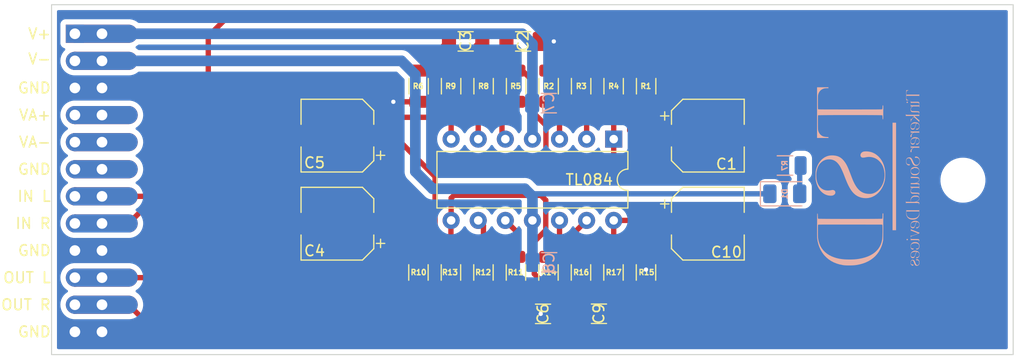
<source format=kicad_pcb>
(kicad_pcb (version 20211014) (generator pcbnew)
  (layers (0 "F.Cu" signal) (31 "B.Cu" signal) (34 "B.Paste" user) (35 "F.Paste" user) (36 "B.SilkS" user "B.Silkscreen") (37 "F.SilkS" user "F.Silkscreen") (38 "B.Mask" user) (39 "F.Mask" user) (44 "Edge.Cuts" user))
  (net 0 "")
  (net 1 "GND")
  (net 2 "Net-(C1-Pad1)")
  (net 3 "R IN")
  (net 4 "L IN")
  (net 5 "V+")
  (net 6 "V-")
  (net 8 "Net-(C1-Pad2)")
  (net 9 "Net-(C2-Pad1)")
  (net 10 "Net-(C3-Pad1)")
  (net 11 "Net-(C3-Pad2)")
  (net 12 "Net-(C4-Pad1)")
  (net 13 "Net-(C5-Pad1)")
  (net 14 "Net-(C5-Pad2)")
  (net 15 "Net-(C6-Pad1)")
  (net 16 "Net-(C9-Pad1)")
  (net 17 "Net-(C9-Pad2)")
  (net 18 "Net-(C10-Pad1)")
  (net 19 "Net-(R2-Pad2)")
  (net 20 "Net-(R3-Pad2)")
  (net 21 "Net-(R4-Pad1)")
  (net 22 "Net-(R8-Pad2)")
  (net 23 "Net-(D1-Pad2)")
  (net 26 "L OUT")
  (net 27 "Net-(R11-Pad2)")
  (net 28 "Net-(R13-Pad1)")
  (net 29 "Net-(R12-Pad2)")
  (net 30 "Net-(R16-Pad2)")
  (net 31 "R OUT")
  (footprint "Capacitor_SMD:C_1206_3216Metric_Pad1.33x1.80mm_HandSolder" (layer "F.Cu") (at 167.46 66.14 180)
    (fp_text reference "C6" (at 0.01 0 90) (layer "F.SilkS"))
    (fp_text value "0.033Uf")
    (pad "1" smd roundrect locked (at -1.5625 0 180) (size 1.325 1.8) (layers "F.Cu" "F.Paste" "F.Mask") (roundrect_rratio 0.188679) (net 15 "Net-(C6-Pad1)"))
    (pad "2" smd roundrect locked (at 1.5625 0 180) (size 1.325 1.8) (layers "F.Cu" "F.Paste" "F.Mask") (roundrect_rratio 0.188679) (net 1 "GND"))
  )
  (footprint "Capacitor_SMD:CP_Elec_6.3x5.4_Nichicon" (layer "F.Cu") (at 148.185116 57.688588 180)
    (fp_text reference "C4" (at 2.145116 -2.545) (layer "F.SilkS"))
    (fp_text value "100uf/35V")
    (pad "1" smd roundrect locked (at -2.7 0 180) (size 3.5 1.6) (layers "F.Cu" "F.Paste" "F.Mask") (roundrect_rratio 0.15625) (net 12 "Net-(C4-Pad1)"))
    (pad "2" smd roundrect locked (at 2.7 0 180) (size 3.5 1.6) (layers "F.Cu" "F.Paste" "F.Mask") (roundrect_rratio 0.15625) (net 26 "L OUT"))
  )
  (footprint "Capacitor_SMD:CP_Elec_6.3x5.4_Nichicon" (layer "F.Cu") (at 182.908644 57.685)
    (fp_text reference "C10" (at 1.741356 2.665) (layer "F.SilkS"))
    (fp_text value "100uf/35V")
    (pad "1" smd roundrect locked (at -2.7 0) (size 3.5 1.6) (layers "F.Cu" "F.Paste" "F.Mask") (roundrect_rratio 0.15625) (net 18 "Net-(C10-Pad1)"))
    (pad "2" smd roundrect locked (at 2.7 0) (size 3.5 1.6) (layers "F.Cu" "F.Paste" "F.Mask") (roundrect_rratio 0.15625) (net 31 "R OUT"))
  )
  (footprint "Package_DIP:DIP-14_W7.62mm" (layer "F.Cu") (at 174.085 49.76 -90)
    (fp_text reference "TL084" (at 3.8 2.293422) (layer "F.SilkS"))
    (fp_text value "TL084")
    (pad "1" thru_hole rect locked (at 0 0 270) (size 1.6 1.6) (drill 0.8) (layers *.Cu *.Mask) (net 21 "Net-(R4-Pad1)"))
    (pad "2" thru_hole oval locked (at 0 2.54 270) (size 1.6 1.6) (drill 0.8) (layers *.Cu *.Mask) (net 20 "Net-(R3-Pad2)"))
    (pad "3" thru_hole oval locked (at 0 5.08 270) (size 1.6 1.6) (drill 0.8) (layers *.Cu *.Mask) (net 19 "Net-(R2-Pad2)"))
    (pad "4" thru_hole oval locked (at 0 7.62 270) (size 1.6 1.6) (drill 0.8) (layers *.Cu *.Mask) (net 5 "V+"))
    (pad "5" thru_hole oval locked (at 0 10.16 270) (size 1.6 1.6) (drill 0.8) (layers *.Cu *.Mask) (net 9 "Net-(C2-Pad1)"))
    (pad "6" thru_hole oval locked (at 0 12.7 270) (size 1.6 1.6) (drill 0.8) (layers *.Cu *.Mask) (net 22 "Net-(R8-Pad2)"))
    (pad "7" thru_hole oval locked (at 0 15.24 270) (size 1.6 1.6) (drill 0.8) (layers *.Cu *.Mask) (net 12 "Net-(C4-Pad1)"))
    (pad "8" thru_hole oval locked (at 7.62 15.24 270) (size 1.6 1.6) (drill 0.8) (layers *.Cu *.Mask) (net 28 "Net-(R13-Pad1)"))
    (pad "9" thru_hole oval locked (at 7.62 12.7 270) (size 1.6 1.6) (drill 0.8) (layers *.Cu *.Mask) (net 29 "Net-(R12-Pad2)"))
    (pad "10" thru_hole oval locked (at 7.62 10.16 270) (size 1.6 1.6) (drill 0.8) (layers *.Cu *.Mask) (net 27 "Net-(R11-Pad2)"))
    (pad "11" thru_hole oval locked (at 7.62 7.62 270) (size 1.6 1.6) (drill 0.8) (layers *.Cu *.Mask) (net 6 "V-"))
    (pad "12" thru_hole oval locked (at 7.62 5.08 270) (size 1.6 1.6) (drill 0.8) (layers *.Cu *.Mask) (net 15 "Net-(C6-Pad1)"))
    (pad "13" thru_hole oval locked (at 7.62 2.54 270) (size 1.6 1.6) (drill 0.8) (layers *.Cu *.Mask) (net 30 "Net-(R16-Pad2)"))
    (pad "14" thru_hole oval locked (at 7.62 0 270) (size 1.6 1.6) (drill 0.8) (layers *.Cu *.Mask) (net 18 "Net-(C10-Pad1)"))
  )
  (footprint "Resistor_SMD:R_1206_3216Metric" (layer "F.Cu") (at 158.827142 62.26 -90)
    (fp_text reference "R13" (at -0.01 0.090866 180) (layer "F.SilkS") (effects (font (size 0.5 0.5) (thickness 0.125))))
    (fp_text value "33K")
    (pad "1" smd roundrect locked (at -1.4625 0 270) (size 1.125 1.75) (layers "F.Cu" "F.Paste" "F.Mask") (roundrect_rratio 0.222222) (net 28 "Net-(R13-Pad1)"))
    (pad "2" smd roundrect locked (at 1.4625 0 270) (size 1.125 1.75) (layers "F.Cu" "F.Paste" "F.Mask") (roundrect_rratio 0.222222) (net 29 "Net-(R12-Pad2)"))
  )
  (footprint "Resistor_SMD:R_1206_3216Metric" (layer "F.Cu") (at 177.11 62.26 -90)
    (fp_text reference "R15" (at -0.01 -0.048805 180) (layer "F.SilkS") (effects (font (size 0.5 0.5) (thickness 0.125))))
    (fp_text value "4.7K")
    (pad "1" smd roundrect locked (at -1.4625 0 270) (size 1.125 1.75) (layers "F.Cu" "F.Paste" "F.Mask") (roundrect_rratio 0.222222) (net 1 "GND"))
    (pad "2" smd roundrect locked (at 1.4625 0 270) (size 1.125 1.75) (layers "F.Cu" "F.Paste" "F.Mask") (roundrect_rratio 0.222222) (net 16 "Net-(C9-Pad1)"))
  )
  (footprint "Resistor_SMD:R_1206_3216Metric" (layer "F.Cu") (at 158.842142 44.8 90)
    (fp_text reference "R9" (at 0 -0.039649 180) (layer "F.SilkS") (effects (font (size 0.5 0.5) (thickness 0.125))))
    (fp_text value "47K")
    (pad "1" smd roundrect locked (at -1.4625 0 90) (size 1.125 1.75) (layers "F.Cu" "F.Paste" "F.Mask") (roundrect_rratio 0.222222) (net 12 "Net-(C4-Pad1)"))
    (pad "2" smd roundrect locked (at 1.4625 0 90) (size 1.125 1.75) (layers "F.Cu" "F.Paste" "F.Mask") (roundrect_rratio 0.222222) (net 11 "Net-(C3-Pad2)"))
  )
  (footprint "Resistor_SMD:R_1206_3216Metric" (layer "F.Cu") (at 164.936426 44.8 90)
    (fp_text reference "R5" (at 0 -0.039649 180) (layer "F.SilkS") (effects (font (size 0.5 0.5) (thickness 0.125))))
    (fp_text value "2.2K")
    (pad "1" smd roundrect locked (at -1.4625 0 90) (size 1.125 1.75) (layers "F.Cu" "F.Paste" "F.Mask") (roundrect_rratio 0.222222) (net 9 "Net-(C2-Pad1)"))
    (pad "2" smd roundrect locked (at 1.4625 0 90) (size 1.125 1.75) (layers "F.Cu" "F.Paste" "F.Mask") (roundrect_rratio 0.222222) (net 21 "Net-(R4-Pad1)"))
  )
  (footprint "Resistor_SMD:R_1206_3216Metric" (layer "F.Cu") (at 171.03071 44.8 -90)
    (fp_text reference "R3" (at 0 -0.013003 180) (layer "F.SilkS") (effects (font (size 0.5 0.5) (thickness 0.125))))
    (fp_text value "2.2K")
    (pad "1" smd roundrect locked (at -1.4625 0 270) (size 1.125 1.75) (layers "F.Cu" "F.Paste" "F.Mask") (roundrect_rratio 0.222222) (net 2 "Net-(C1-Pad1)"))
    (pad "2" smd roundrect locked (at 1.4625 0 270) (size 1.125 1.75) (layers "F.Cu" "F.Paste" "F.Mask") (roundrect_rratio 0.222222) (net 20 "Net-(R3-Pad2)"))
  )
  (footprint "Capacitor_SMD:CP_Elec_6.3x5.4_Nichicon" (layer "F.Cu") (at 148.185116 49.432777 180)
    (fp_text reference "C5" (at 2.145116 -2.545) (layer "F.SilkS"))
    (fp_text value "10uf/35V")
    (pad "1" smd roundrect locked (at -2.7 0 180) (size 3.5 1.6) (layers "F.Cu" "F.Paste" "F.Mask") (roundrect_rratio 0.15625) (net 13 "Net-(C5-Pad1)"))
    (pad "2" smd roundrect locked (at 2.7 0 180) (size 3.5 1.6) (layers "F.Cu" "F.Paste" "F.Mask") (roundrect_rratio 0.15625) (net 14 "Net-(C5-Pad2)"))
  )
  (footprint "Capacitor_SMD:C_1206_3216Metric_Pad1.33x1.80mm_HandSolder" (layer "F.Cu") (at 165.590791 40.599965)
    (fp_text reference "C2" (at 0 -0.009965 90) (layer "F.SilkS"))
    (fp_text value "0.033Uf")
    (pad "1" smd roundrect locked (at -1.5625 0) (size 1.325 1.8) (layers "F.Cu" "F.Paste" "F.Mask") (roundrect_rratio 0.188679) (net 9 "Net-(C2-Pad1)"))
    (pad "2" smd roundrect locked (at 1.5625 0) (size 1.325 1.8) (layers "F.Cu" "F.Paste" "F.Mask") (roundrect_rratio 0.188679) (net 1 "GND"))
  )
  (footprint "Resistor_SMD:R_1206_3216Metric" (layer "F.Cu") (at 171.01571 62.26 -90)
    (fp_text reference "R16" (at -0.01 -0.018805) (layer "F.SilkS") (effects (font (size 0.5 0.5) (thickness 0.125))))
    (fp_text value "470K")
    (pad "1" smd roundrect locked (at -1.4625 0 270) (size 1.125 1.75) (layers "F.Cu" "F.Paste" "F.Mask") (roundrect_rratio 0.222222) (net 18 "Net-(C10-Pad1)"))
    (pad "2" smd roundrect locked (at 1.4625 0 270) (size 1.125 1.75) (layers "F.Cu" "F.Paste" "F.Mask") (roundrect_rratio 0.222222) (net 30 "Net-(R16-Pad2)"))
  )
  (footprint "Resistor_SMD:R_1206_3216Metric" (layer "F.Cu") (at 174.077852 44.8 90)
    (fp_text reference "R4" (at 0 0.002148 180) (layer "F.SilkS") (effects (font (size 0.5 0.5) (thickness 0.125))))
    (fp_text value "33K")
    (pad "1" smd roundrect locked (at -1.4625 0 90) (size 1.125 1.75) (layers "F.Cu" "F.Paste" "F.Mask") (roundrect_rratio 0.222222) (net 21 "Net-(R4-Pad1)"))
    (pad "2" smd roundrect locked (at 1.4625 0 90) (size 1.125 1.75) (layers "F.Cu" "F.Paste" "F.Mask") (roundrect_rratio 0.222222) (net 20 "Net-(R3-Pad2)"))
  )
  (footprint "Resistor_SMD:R_1206_3216Metric" (layer "F.Cu") (at 167.983568 44.8 -90)
    (fp_text reference "R2" (at 0 -0.011758 180) (layer "F.SilkS") (effects (font (size 0.5 0.5) (thickness 0.125))))
    (fp_text value "10K")
    (pad "1" smd roundrect locked (at -1.4625 0 270) (size 1.125 1.75) (layers "F.Cu" "F.Paste" "F.Mask") (roundrect_rratio 0.222222) (net 4 "L IN"))
    (pad "2" smd roundrect locked (at 1.4625 0 270) (size 1.125 1.75) (layers "F.Cu" "F.Paste" "F.Mask") (roundrect_rratio 0.222222) (net 19 "Net-(R2-Pad2)"))
  )
  (footprint "TSD MIXER FOOTPRINTS:PinHeader_2x12_P2.54mm_Vertical" (layer "F.Cu") (at 123.5775 39.885)
    (fp_text reference "J1" hide)
    (fp_text value "Conector")
    (fp_text user "GND" (at -3.800288 27.94 unlocked) (layer "F.SilkS"))
    (fp_text user "V-" (at -3.324097 2.36 unlocked) (layer "F.SilkS"))
    (fp_text user "GND" (at -3.800288 12.7 unlocked) (layer "F.SilkS"))
    (fp_text user "VA-" (at -3.752669 10.16 unlocked) (layer "F.SilkS"))
    (fp_text user "IN L" (at -3.824097 15.24 unlocked) (layer "F.SilkS"))
    (fp_text user "V+" (at -3.324097 0 unlocked) (layer "F.SilkS"))
    (fp_text user "IN R" (at -3.919335 17.78 unlocked) (layer "F.SilkS"))
    (fp_text user "VA+" (at -3.752669 7.62 unlocked) (layer "F.SilkS"))
    (fp_text user "GND" (at -3.800288 20.32 unlocked) (layer "F.SilkS"))
    (fp_text user "OUT R" (at -4.586002 25.4 unlocked) (layer "F.SilkS"))
    (fp_text user "GND" (at -3.800288 5.08 unlocked) (layer "F.SilkS"))
    (fp_text user "OUT L" (at -4.490764 22.86 unlocked) (layer "F.SilkS"))
    (pad "1" thru_hole oval (at 2.54 0) (size 6.7 1.7) (drill 1) (layers *.Cu *.Mask) (net 5 "V+"))
    (pad "1" thru_hole rect (at 0 0) (size 1.7 1.7) (drill 1) (layers *.Cu *.Mask) (net 5 "V+"))
    (pad "2" thru_hole oval (at 2.54 2.54) (size 6.7 1.7) (drill 1) (layers *.Cu *.Mask) (net 6 "V-"))
    (pad "2" thru_hole oval (at 0 2.54) (size 1.7 1.7) (drill 1) (layers *.Cu *.Mask) (net 6 "V-"))
    (pad "3" thru_hole oval (at 2.54 5.08) (size 6.7 1.7) (drill 1) (layers *.Cu *.Mask) (net 1 "GND"))
    (pad "3" thru_hole oval (at 0 5.08) (size 1.7 1.7) (drill 1) (layers *.Cu *.Mask) (net 1 "GND"))
    (pad "4" thru_hole oval (at 0 7.62) (size 1.7 1.7) (drill 1) (layers *.Cu *.Mask))
    (pad "4" thru_hole oval (at 2.54 7.62) (size 6.7 1.7) (drill 1) (layers *.Cu *.Mask))
    (pad "5" thru_hole oval (at 0 10.16) (size 1.7 1.7) (drill 1) (layers *.Cu *.Mask))
    (pad "5" thru_hole oval (at 2.54 10.16) (size 6.7 1.7) (drill 1) (layers *.Cu *.Mask))
    (pad "6" thru_hole oval (at 0 12.7) (size 1.7 1.7) (drill 1) (layers *.Cu *.Mask))
    (pad "6" thru_hole oval (at 2.54 12.7) (size 6.7 1.7) (drill 1) (layers *.Cu *.Mask))
    (pad "7" thru_hole oval (at 2.54 15.24) (size 6.7 1.7) (drill 1) (layers *.Cu *.Mask) (net 4 "L IN"))
    (pad "7" thru_hole oval (at 0 15.24) (size 1.7 1.7) (drill 1) (layers *.Cu *.Mask) (net 4 "L IN"))
    (pad "8" thru_hole oval (at 0 17.78) (size 1.7 1.7) (drill 1) (layers *.Cu *.Mask) (net 3 "R IN"))
    (pad "8" thru_hole oval (at 2.54 17.78) (size 6.7 1.7) (drill 1) (layers *.Cu *.Mask) (net 3 "R IN"))
    (pad "9" thru_hole oval (at 2.54 20.32) (size 6.7 1.7) (drill 1) (layers *.Cu *.Mask) (net 1 "GND"))
    (pad "9" thru_hole oval (at 0 20.32) (size 1.7 1.7) (drill 1) (layers *.Cu *.Mask) (net 1 "GND"))
    (pad "10" thru_hole oval (at 0 22.86) (size 1.7 1.7) (drill 1) (layers *.Cu *.Mask) (net 26 "L OUT"))
    (pad "10" thru_hole oval (at 2.54 22.86) (size 6.7 1.7) (drill 1) (layers *.Cu *.Mask) (net 26 "L OUT"))
    (pad "11" thru_hole oval (at 0 25.4) (size 1.7 1.7) (drill 1) (layers *.Cu *.Mask) (net 31 "R OUT"))
    (pad "11" thru_hole oval (at 2.54 25.4) (size 6.7 1.7) (drill 1) (layers *.Cu *.Mask) (net 31 "R OUT"))
    (pad "12" thru_hole oval (at 0 27.94) (size 1.7 1.7) (drill 1) (layers *.Cu *.Mask) (net 1 "GND"))
    (pad "12" thru_hole oval (at 2.54 27.94) (size 6.7 1.7) (drill 1) (layers *.Cu *.Mask) (net 1 "GND"))
  )
  (footprint "Capacitor_SMD:C_1206_3216Metric_Pad1.33x1.80mm_HandSolder" (layer "F.Cu") (at 172.7 66.13 180)
    (fp_text reference "C9" (at 0.01 0 90) (layer "F.SilkS"))
    (fp_text value "0.068uF")
    (pad "1" smd roundrect locked (at -1.5625 0 180) (size 1.325 1.8) (layers "F.Cu" "F.Paste" "F.Mask") (roundrect_rratio 0.188679) (net 16 "Net-(C9-Pad1)"))
    (pad "2" smd roundrect locked (at 1.5625 0 180) (size 1.325 1.8) (layers "F.Cu" "F.Paste" "F.Mask") (roundrect_rratio 0.188679) (net 17 "Net-(C9-Pad2)"))
  )
  (footprint "Resistor_SMD:R_1206_3216Metric" (layer "F.Cu") (at 167.968568 62.26 -90)
    (fp_text reference "R14" (at -0.01 -0.018805 180) (layer "F.SilkS") (effects (font (size 0.5 0.5) (thickness 0.125))))
    (fp_text value "2.2K")
    (pad "1" smd roundrect locked (at -1.4625 0 270) (size 1.125 1.75) (layers "F.Cu" "F.Paste" "F.Mask") (roundrect_rratio 0.222222) (net 15 "Net-(C6-Pad1)"))
    (pad "2" smd roundrect locked (at 1.4625 0 270) (size 1.125 1.75) (layers "F.Cu" "F.Paste" "F.Mask") (roundrect_rratio 0.222222) (net 28 "Net-(R13-Pad1)"))
  )
  (footprint "Resistor_SMD:R_1206_3216Metric" (layer "F.Cu") (at 164.921426 62.26 90)
    (fp_text reference "R11" (at 0.01 -0.027306 180) (layer "F.SilkS") (effects (font (size 0.5 0.5) (thickness 0.125))))
    (fp_text value "10K")
    (pad "1" smd roundrect locked (at -1.4625 0 90) (size 1.125 1.75) (layers "F.Cu" "F.Paste" "F.Mask") (roundrect_rratio 0.222222) (net 3 "R IN"))
    (pad "2" smd roundrect locked (at 1.4625 0 90) (size 1.125 1.75) (layers "F.Cu" "F.Paste" "F.Mask") (roundrect_rratio 0.222222) (net 27 "Net-(R11-Pad2)"))
  )
  (footprint "Resistor_SMD:R_1206_3216Metric" (layer "F.Cu") (at 174.062852 62.26 -90)
    (fp_text reference "R17" (at -0.01 -0.018805 180) (layer "F.SilkS") (effects (font (size 0.5 0.5) (thickness 0.125))))
    (fp_text value "47K")
    (pad "1" smd roundrect locked (at -1.4625 0 270) (size 1.125 1.75) (layers "F.Cu" "F.Paste" "F.Mask") (roundrect_rratio 0.222222) (net 18 "Net-(C10-Pad1)"))
    (pad "2" smd roundrect locked (at 1.4625 0 270) (size 1.125 1.75) (layers "F.Cu" "F.Paste" "F.Mask") (roundrect_rratio 0.222222) (net 17 "Net-(C9-Pad2)"))
  )
  (footprint "Resistor_SMD:R_1206_3216Metric" (layer "F.Cu") (at 155.78 62.26 -90)
    (fp_text reference "R10" (at -0.01 -0.011221 180) (layer "F.SilkS") (effects (font (size 0.5 0.5) (thickness 0.125))))
    (fp_text value "47K")
    (pad "1" smd roundrect locked (at -1.4625 0 270) (size 1.125 1.75) (layers "F.Cu" "F.Paste" "F.Mask") (roundrect_rratio 0.222222) (net 14 "Net-(C5-Pad2)"))
    (pad "2" smd roundrect locked (at 1.4625 0 270) (size 1.125 1.75) (layers "F.Cu" "F.Paste" "F.Mask") (roundrect_rratio 0.222222) (net 3 "R IN"))
  )
  (footprint "Capacitor_SMD:CP_Elec_6.3x5.4_Nichicon" (layer "F.Cu") (at 182.908644 49.435)
    (fp_text reference "C1" (at 1.741356 2.665) (layer "F.SilkS"))
    (fp_text value "10uf/35V")
    (pad "1" smd roundrect locked (at -2.7 0) (size 3.5 1.6) (layers "F.Cu" "F.Paste" "F.Mask") (roundrect_rratio 0.15625) (net 2 "Net-(C1-Pad1)"))
    (pad "2" smd roundrect locked (at 2.7 0) (size 3.5 1.6) (layers "F.Cu" "F.Paste" "F.Mask") (roundrect_rratio 0.15625) (net 8 "Net-(C1-Pad2)"))
  )
  (footprint "Resistor_SMD:R_1206_3216Metric" (layer "F.Cu") (at 155.795 44.8 90)
    (fp_text reference "R6" (at 0 -0.039649 180) (layer "F.SilkS") (effects (font (size 0.5 0.5) (thickness 0.125))))
    (fp_text value "4.7K")
    (pad "1" smd roundrect locked (at -1.4625 0 90) (size 1.125 1.75) (layers "F.Cu" "F.Paste" "F.Mask") (roundrect_rratio 0.222222) (net 1 "GND"))
    (pad "2" smd roundrect locked (at 1.4625 0 90) (size 1.125 1.75) (layers "F.Cu" "F.Paste" "F.Mask") (roundrect_rratio 0.222222) (net 10 "Net-(C3-Pad1)"))
  )
  (footprint "Capacitor_SMD:C_1206_3216Metric_Pad1.33x1.80mm_HandSolder" (layer "F.Cu") (at 160.205538 40.599965)
    (fp_text reference "C3" (at 0 -0.009965 90) (layer "F.SilkS"))
    (fp_text value "0.068uF")
    (pad "1" smd roundrect locked (at -1.5625 0) (size 1.325 1.8) (layers "F.Cu" "F.Paste" "F.Mask") (roundrect_rratio 0.188679) (net 10 "Net-(C3-Pad1)"))
    (pad "2" smd roundrect locked (at 1.5625 0) (size 1.325 1.8) (layers "F.Cu" "F.Paste" "F.Mask") (roundrect_rratio 0.188679) (net 11 "Net-(C3-Pad2)"))
  )
  (footprint "Resistor_SMD:R_1206_3216Metric" (layer "F.Cu") (at 161.889284 44.8 -90)
    (fp_text reference "R8" (at 0 0.009284 180) (layer "F.SilkS") (effects (font (size 0.5 0.5) (thickness 0.125))))
    (fp_text value "470K")
    (pad "1" smd roundrect locked (at -1.4625 0 270) (size 1.125 1.75) (layers "F.Cu" "F.Paste" "F.Mask") (roundrect_rratio 0.222222) (net 12 "Net-(C4-Pad1)"))
    (pad "2" smd roundrect locked (at 1.4625 0 270) (size 1.125 1.75) (layers "F.Cu" "F.Paste" "F.Mask") (roundrect_rratio 0.222222) (net 22 "Net-(R8-Pad2)"))
  )
  (footprint "MountingHole:MountingHole_3.2mm_M3" (layer "F.Cu") (at 206.82 53.61)
    (fp_text reference "H1" hide)
    (fp_text value "ScrewIn")
    (pad "" np_thru_hole circle locked (at 0 0) (size 3.2 3.2) (drill 3.2) (layers *.Cu *.Mask))
  )
  (footprint "Resistor_SMD:R_1206_3216Metric" (layer "F.Cu") (at 177.125 44.8 90)
    (fp_text reference "R1" (at 0 -0.02705 180) (layer "F.SilkS") (effects (font (size 0.5 0.5) (thickness 0.125))))
    (fp_text value "47K")
    (pad "1" smd roundrect locked (at -1.4625 0 90) (size 1.125 1.75) (layers "F.Cu" "F.Paste" "F.Mask") (roundrect_rratio 0.222222) (net 8 "Net-(C1-Pad2)"))
    (pad "2" smd roundrect locked (at 1.4625 0 90) (size 1.125 1.75) (layers "F.Cu" "F.Paste" "F.Mask") (roundrect_rratio 0.222222) (net 4 "L IN"))
  )
  (footprint "Resistor_SMD:R_1206_3216Metric" (layer "F.Cu") (at 161.874284 62.26 90)
    (fp_text reference "R12" (at 0.01 -0.027306 180) (layer "F.SilkS") (effects (font (size 0.5 0.5) (thickness 0.125))))
    (fp_text value "2.2K")
    (pad "1" smd roundrect locked (at -1.4625 0 90) (size 1.125 1.75) (layers "F.Cu" "F.Paste" "F.Mask") (roundrect_rratio 0.222222) (net 13 "Net-(C5-Pad1)"))
    (pad "2" smd roundrect locked (at 1.4625 0 90) (size 1.125 1.75) (layers "F.Cu" "F.Paste" "F.Mask") (roundrect_rratio 0.222222) (net 29 "Net-(R12-Pad2)"))
  )
  (footprint "Custom Library:Logo_25mm" (layer "B.Cu") (at 198.574422 53.42 -90)
    (fp_text reference "G***" hide)
    (fp_text value "LOGO" hide)
  )
  (footprint "Diode_SMD:D_1206_3216Metric" (layer "B.Cu") (at 190.12 54.885)
    (fp_text reference "D1" (at 0 0.014618 90) (layer "B.SilkS") (effects (font (size 0.5 0.5) (thickness 0.125)) (justify mirror)))
    (fp_text value "LED")
    (pad "1" smd roundrect locked (at -1.4 0) (size 1.25 1.75) (layers "B.Cu" "B.Paste" "B.Mask") (roundrect_rratio 0.2) (net 6 "V-"))
    (pad "2" smd roundrect locked (at 1.4 0) (size 1.25 1.75) (layers "B.Cu" "B.Paste" "B.Mask") (roundrect_rratio 0.2) (net 23 "Net-(D1-Pad2)"))
  )
  (footprint "Resistor_SMD:R_1206_3216Metric" (layer "B.Cu") (at 190.14 52.235)
    (fp_text reference "R7" (at -0.02 0.003251 90) (layer "B.SilkS") (effects (font (size 0.5 0.5) (thickness 0.125)) (justify mirror)))
    (fp_text value "10k")
    (pad "1" smd roundrect locked (at -1.4625 0) (size 1.125 1.75) (layers "B.Cu" "B.Paste" "B.Mask") (roundrect_rratio 0.222222) (net 1 "GND"))
    (pad "2" smd roundrect locked (at 1.4625 0) (size 1.125 1.75) (layers "B.Cu" "B.Paste" "B.Mask") (roundrect_rratio 0.222222) (net 23 "Net-(D1-Pad2)"))
  )
  (footprint "Capacitor_SMD:C_1206_3216Metric_Pad1.33x1.80mm_HandSolder" (layer "B.Cu") (at 168.0025 46.39 180)
    (fp_text reference "C7" (at 0.0125 0.053154 90) (layer "B.SilkS") (effects (justify mirror)))
    (fp_text value "0.1uf")
    (pad "1" smd roundrect locked (at -1.5625 0 180) (size 1.325 1.8) (layers "B.Cu" "B.Paste" "B.Mask") (roundrect_rratio 0.188679) (net 1 "GND"))
    (pad "2" smd roundrect locked (at 1.5625 0 180) (size 1.325 1.8) (layers "B.Cu" "B.Paste" "B.Mask") (roundrect_rratio 0.188679) (net 5 "V+"))
  )
  (footprint "Capacitor_SMD:C_1206_3216Metric_Pad1.33x1.80mm_HandSolder" (layer "B.Cu") (at 168.04 61.31)
    (fp_text reference "C8" (at -0.02 0.041717 90) (layer "B.SilkS") (effects (justify mirror)))
    (fp_text value "0.1uf")
    (pad "1" smd roundrect locked (at -1.5625 0) (size 1.325 1.8) (layers "B.Cu" "B.Paste" "B.Mask") (roundrect_rratio 0.188679) (net 6 "V-"))
    (pad "2" smd roundrect locked (at 1.5625 0) (size 1.325 1.8) (layers "B.Cu" "B.Paste" "B.Mask") (roundrect_rratio 0.188679) (net 1 "GND"))
  )
  (gr_rect (start 121.39 37.16) (end 211.53 69.96) (layer "Edge.Cuts") (width 0.1) (fill none))
  (segment (start 167.153291 40.599965) (end 168.470035 40.599965) (width 0.5) (layer "F.Cu") (net 1))
  (segment (start 165.8975 66.14) (end 167.24 66.14) (width 0.5) (layer "F.Cu") (net 1))
  (segment (start 155.795 46.2625) (end 153.4275 46.2625) (width 0.5) (layer "F.Cu") (net 1))
  (segment (start 177.11 60.7975) (end 177.11 61.99) (width 0.5) (layer "F.Cu") (net 1))
  (via (at 167.24 66.14) (size 0.8) (drill 0.4) (layers "F.Cu" "B.Cu") (net 1))
  (via (at 153.4275 46.2625) (size 0.8) (drill 0.4) (layers "F.Cu" "B.Cu") (net 1))
  (via (at 177.11 61.99) (size 0.8) (drill 0.4) (layers "F.Cu" "B.Cu") (net 1))
  (via (at 168.470035 40.599965) (size 0.8) (drill 0.4) (layers "F.Cu" "B.Cu") (net 1))
  (segment (start 175.58 42.32) (end 175.58 48.95) (width 0.5) (layer "F.Cu") (net 2))
  (segment (start 171.03071 43.3375) (end 171.03071 42.79929) (width 0.5) (layer "F.Cu") (net 2))
  (segment (start 171.65 42.18) (end 175.44 42.18) (width 0.5) (layer "F.Cu") (net 2))
  (segment (start 176.065 49.435) (end 180.208644 49.435) (width 0.5) (layer "F.Cu") (net 2))
  (segment (start 171.03071 42.79929) (end 171.65 42.18) (width 0.5) (layer "F.Cu") (net 2))
  (segment (start 175.58 48.95) (end 176.065 49.435) (width 0.5) (layer "F.Cu") (net 2))
  (segment (start 175.44 42.18) (end 175.58 42.32) (width 0.5) (layer "F.Cu") (net 2))
  (segment (start 156.69 65.81) (end 163.23 65.81) (width 0.5) (layer "F.Cu") (net 3))
  (segment (start 147.684636 56.614636) (end 147.684636 60.444636) (width 0.5) (layer "F.Cu") (net 3))
  (segment (start 126.1175 57.665) (end 128.6175 57.665) (width 0.5) (layer "F.Cu") (net 3))
  (segment (start 155.78 63.7225) (end 155.78 64.9) (width 0.5) (layer "F.Cu") (net 3))
  (segment (start 155.78 63.7225) (end 151.2925 63.7225) (width 0.5) (layer "F.Cu") (net 3))
  (segment (start 130.2725 56.01) (end 147.08 56.01) (width 0.5) (layer "F.Cu") (net 3))
  (segment (start 163.23 65.81) (end 164.921426 64.118574) (width 0.5) (layer "F.Cu") (net 3))
  (segment (start 155.78 64.9) (end 156.69 65.81) (width 0.5) (layer "F.Cu") (net 3))
  (segment (start 147.684636 60.444636) (end 150.9625 63.7225) (width 0.5) (layer "F.Cu") (net 3))
  (segment (start 164.921426 64.118574) (end 164.921426 63.7225) (width 0.5) (layer "F.Cu") (net 3))
  (segment (start 128.6175 57.665) (end 130.2725 56.01) (width 0.5) (layer "F.Cu") (net 3))
  (segment (start 150.9625 63.7225) (end 151.2925 63.7225) (width 0.5) (layer "F.Cu") (net 3))
  (segment (start 147.08 56.01) (end 147.684636 56.614636) (width 0.5) (layer "F.Cu") (net 3))
  (segment (start 167.983568 43.3375) (end 167.983568 42.476432) (width 0.5) (layer "F.Cu") (net 4))
  (segment (start 169.93 41.4) (end 169.93 39.08) (width 0.5) (layer "F.Cu") (net 4))
  (segment (start 169.27 38.42) (end 137.78 38.42) (width 0.5) (layer "F.Cu") (net 4))
  (segment (start 169.93 39.08) (end 169.27 38.42) (width 0.5) (layer "F.Cu") (net 4))
  (segment (start 137.78 38.42) (end 136.08 40.12) (width 0.5) (layer "F.Cu") (net 4))
  (segment (start 135.605 55.125) (end 126.1175 55.125) (width 0.5) (layer "F.Cu") (net 4))
  (segment (start 177.125 41.825) (end 177.125 43.3375) (width 0.5) (layer "F.Cu") (net 4))
  (segment (start 169.06 41.4) (end 169.93 41.4) (width 0.5) (layer "F.Cu") (net 4))
  (segment (start 136.08 40.12) (end 136.08 54.65) (width 0.5) (layer "F.Cu") (net 4))
  (segment (start 176.7 41.4) (end 177.125 41.825) (width 0.5) (layer "F.Cu") (net 4))
  (segment (start 169.93 41.4) (end 176.7 41.4) (width 0.5) (layer "F.Cu") (net 4))
  (segment (start 167.983568 42.476432) (end 169.06 41.4) (width 0.5) (layer "F.Cu") (net 4))
  (segment (start 136.08 54.65) (end 135.605 55.125) (width 0.5) (layer "F.Cu") (net 4))
  (segment (start 123.5775 39.885) (end 165.505 39.885) (width 1) (layer "B.Cu") (net 5))
  (segment (start 165.505 39.885) (end 166.465 40.845) (width 1) (layer "B.Cu") (net 5))
  (segment (start 166.465 40.845) (end 166.465 49.76) (width 1) (layer "B.Cu") (net 5))
  (segment (start 165.75 54.41) (end 166.465 55.125) (width 1) (layer "B.Cu") (net 6))
  (segment (start 154.185 42.425) (end 155.49 43.73) (width 1) (layer "B.Cu") (net 6))
  (segment (start 166.465 57.38) (end 166.465 61.2975) (width 1) (layer "B.Cu") (net 6))
  (segment (start 166.225 54.885) (end 188.72 54.885) (width 0.5) (layer "B.Cu") (net 6))
  (segment (start 157.1 54.41) (end 165.75 54.41) (width 1) (layer "B.Cu") (net 6))
  (segment (start 166.465 55.125) (end 166.465 57.38) (width 1) (layer "B.Cu") (net 6))
  (segment (start 155.49 52.8) (end 157.1 54.41) (width 1) (layer "B.Cu") (net 6))
  (segment (start 126.1175 42.425) (end 154.185 42.425) (width 1) (layer "B.Cu") (net 6))
  (segment (start 155.49 43.73) (end 155.49 52.8) (width 1) (layer "B.Cu") (net 6))
  (segment (start 165.75 54.41) (end 166.225 54.885) (width 0.5) (layer "B.Cu") (net 6))
  (segment (start 166.465 61.2975) (end 166.4775 61.31) (width 1) (layer "B.Cu") (net 6))
  (segment (start 177.125 46.2625) (end 182.436144 46.2625) (width 0.5) (layer "F.Cu") (net 8))
  (segment (start 182.436144 46.2625) (end 185.608644 49.435) (width 0.5) (layer "F.Cu") (net 8))
  (segment (start 163.7975 46.2625) (end 163.611906 46.448094) (width 0.5) (layer "F.Cu") (net 9))
  (segment (start 163.611906 41.01635) (end 163.611906 46.448094) (width 0.5) (layer "F.Cu") (net 9))
  (segment (start 163.611906 46.448094) (end 163.611906 49.446906) (width 0.5) (layer "F.Cu") (net 9))
  (segment (start 164.936426 46.2625) (end 163.7975 46.2625) (width 0.5) (layer "F.Cu") (net 9))
  (segment (start 163.611906 49.446906) (end 163.925 49.76) (width 0.5) (layer "F.Cu") (net 9))
  (segment (start 164.028291 40.599965) (end 163.611906 41.01635) (width 0.5) (layer "F.Cu") (net 9))
  (segment (start 158.532535 40.599965) (end 155.795 43.3375) (width 0.5) (layer "F.Cu") (net 10))
  (segment (start 158.643038 40.599965) (end 158.532535 40.599965) (width 0.5) (layer "F.Cu") (net 10))
  (segment (start 161.768038 40.599965) (end 161.579677 40.599965) (width 0.5) (layer "F.Cu") (net 11))
  (segment (start 161.579677 40.599965) (end 158.842142 43.3375) (width 0.5) (layer "F.Cu") (net 11))
  (segment (start 158.842142 46.2625) (end 158.964284 46.2625) (width 0.5) (layer "F.Cu") (net 12))
  (segment (start 158.845 46.265358) (end 158.842142 46.2625) (width 0.5) (layer "F.Cu") (net 12))
  (segment (start 150.885116 57.688588) (end 150.885116 55.285116) (width 0.5) (layer "F.Cu") (net 12))
  (segment (start 148.384147 48.455853) (end 149.125 47.715) (width 0.5) (layer "F.Cu") (net 12))
  (segment (start 158.845 47.715) (end 158.845 46.265358) (width 0.5) (layer "F.Cu") (net 12))
  (segment (start 158.964284 46.2625) (end 161.889284 43.3375) (width 0.5) (layer "F.Cu") (net 12))
  (segment (start 158.845 49.76) (end 158.845 47.715) (width 0.5) (layer "F.Cu") (net 12))
  (segment (start 149.125 47.715) (end 158.845 47.715) (width 0.5) (layer "F.Cu") (net 12))
  (segment (start 148.384147 52.784147) (end 148.384147 48.455853) (width 0.5) (layer "F.Cu") (net 12))
  (segment (start 150.885116 55.285116) (end 148.384147 52.784147) (width 0.5) (layer "F.Cu") (net 12))
  (segment (start 161.49 62.23) (end 158 62.23) (width 0.5) (layer "F.Cu") (net 13))
  (segment (start 153.497223 49.432777) (end 150.885116 49.432777) (width 0.5) (layer "F.Cu") (net 13))
  (segment (start 161.874284 62.614284) (end 161.49 62.23) (width 0.5) (layer "F.Cu") (net 13))
  (segment (start 151.210116 49.76) (end 150.885116 49.435) (width 0.5) (layer "F.Cu") (net 13))
  (segment (start 157.34 61.57) (end 157.34 53.275554) (width 0.5) (layer "F.Cu") (net 13))
  (segment (start 157.34 53.275554) (end 153.497223 49.432777) (width 0.5) (layer "F.Cu") (net 13))
  (segment (start 161.874284 63.7225) (end 161.874284 62.614284) (width 0.5) (layer "F.Cu") (net 13))
  (segment (start 158 62.23) (end 157.34 61.57) (width 0.5) (layer "F.Cu") (net 13))
  (segment (start 145.512339 49.46) (end 145.485116 49.432777) (width 0.5) (layer "F.Cu") (net 14))
  (segment (start 155.78 60.7975) (end 149.0575 60.7975) (width 0.5) (layer "F.Cu") (net 14))
  (segment (start 149.0575 60.7975) (end 148.48 60.22) (width 0.5) (layer "F.Cu") (net 14))
  (segment (start 147.34 49.46) (end 145.512339 49.46) (width 0.5) (layer "F.Cu") (net 14))
  (segment (start 147.684636 49.804636) (end 147.34 49.46) (width 0.5) (layer "F.Cu") (net 14))
  (segment (start 147.684636 53.073893) (end 147.684636 49.804636) (width 0.5) (layer "F.Cu") (net 14))
  (segment (start 148.48 53.869258) (end 147.684636 53.073893) (width 0.5) (layer "F.Cu") (net 14))
  (segment (start 148.48 60.22) (end 148.48 53.869258) (width 0.5) (layer "F.Cu") (net 14))
  (segment (start 169.293088 62.673088) (end 167.968568 61.348568) (width 0.5) (layer "F.Cu") (net 15))
  (segment (start 167.968568 60.116432) (end 169.005 59.08) (width 0.5) (layer "F.Cu") (net 15))
  (segment (start 167.968568 60.7975) (end 167.968568 60.116432) (width 0.5) (layer "F.Cu") (net 15))
  (segment (start 169.005 59.08) (end 169.005 57.38) (width 0.5) (layer "F.Cu") (net 15))
  (segment (start 167.968568 61.348568) (end 167.968568 60.7975) (width 0.5) (layer "F.Cu") (net 15))
  (segment (start 169.293088 65.399412) (end 169.293088 62.673088) (width 0.5) (layer "F.Cu") (net 15))
  (segment (start 177.11 65.76) (end 177.11 63.7225) (width 0.5) (layer "F.Cu") (net 16))
  (segment (start 176.74 66.13) (end 177.11 65.76) (width 0.5) (layer "F.Cu") (net 16))
  (segment (start 176.74 66.13) (end 174.2625 66.13) (width 0.5) (layer "F.Cu") (net 16))
  (segment (start 171.655352 66.13) (end 174.062852 63.7225) (width 0.5) (layer "F.Cu") (net 17))
  (segment (start 179.903644 57.38) (end 174.085 57.38) (width 0.5) (layer "F.Cu") (net 18))
  (segment (start 180.208644 57.685) (end 179.903644 57.38) (width 0.5) (layer "F.Cu") (net 18))
  (segment (start 171.01571 60.7975) (end 174.062852 60.7975) (width 0.5) (layer "F.Cu") (net 18))
  (segment (start 174.085 57.38) (end 174.085 60.775352) (width 0.5) (layer "F.Cu") (net 18))
  (segment (start 174.085 60.775352) (end 174.062852 60.7975) (width 0.5) (layer "F.Cu") (net 18))
  (segment (start 169.005 47.283932) (end 167.983568 46.2625) (width 0.5) (layer "F.Cu") (net 19))
  (segment (start 169.005 49.76) (end 169.005 47.283932) (width 0.5) (layer "F.Cu") (net 19))
  (segment (start 171.152852 46.2625) (end 174.077852 43.3375) (width 0.5) (layer "F.Cu") (net 20))
  (segment (start 171.545 46.77679) (end 171.03071 46.2625) (width 0.5) (layer "F.Cu") (net 20))
  (segment (start 171.545 49.76) (end 171.545 46.77679) (width 0.5) (layer "F.Cu") (net 20))
  (segment (start 171.03071 46.2625) (end 171.152852 46.2625) (width 0.5) (layer "F.Cu") (net 20))
  (segment (start 174.085 51.775) (end 174.085 49.76) (width 0.5) (layer "F.Cu") (net 21))
  (segment (start 168.41 52.14) (end 173.72 52.14) (width 0.5) (layer "F.Cu") (net 21))
  (segment (start 167.73 51.46) (end 168.41 52.14) (width 0.5) (layer "F.Cu") (net 21))
  (segment (start 167.73 48.47) (end 167.73 51.46) (width 0.5) (layer "F.Cu") (net 21))
  (segment (start 166.46 44.28) (end 166.46 47.2) (width 0.5) (layer "F.Cu") (net 21))
  (segment (start 174.085 46.269648) (end 174.077852 46.2625) (width 0.5) (layer "F.Cu") (net 21))
  (segment (start 164.936426 43.3375) (end 165.5175 43.3375) (width 0.5) (layer "F.Cu") (net 21))
  (segment (start 173.72 52.14) (end 174.085 51.775) (width 0.5) (layer "F.Cu") (net 21))
  (segment (start 166.46 47.2) (end 167.73 48.47) (width 0.5) (layer "F.Cu") (net 21))
  (segment (start 174.085 49.76) (end 174.085 46.269648) (width 0.5) (layer "F.Cu") (net 21))
  (segment (start 165.5175 43.3375) (end 166.46 44.28) (width 0.5) (layer "F.Cu") (net 21))
  (segment (start 161.385 46.766784) (end 161.889284 46.2625) (width 0.5) (layer "F.Cu") (net 22))
  (segment (start 161.385 49.76) (end 161.385 46.766784) (width 0.5) (layer "F.Cu") (net 22))
  (segment (start 191.52 54.885) (end 191.52 52.3175) (width 0.5) (layer "B.Cu") (net 23))
  (segment (start 191.52 52.3175) (end 191.6025 52.235) (width 0.5) (layer "B.Cu") (net 23))
  (segment (start 145.485116 57.688588) (end 145.485116 61.974884) (width 0.5) (layer "F.Cu") (net 26))
  (segment (start 144.715 62.745) (end 126.1175 62.745) (width 0.5) (layer "F.Cu") (net 26))
  (segment (start 145.485116 61.974884) (end 144.715 62.745) (width 0.5) (layer "F.Cu") (net 26))
  (segment (start 164.921426 58.376426) (end 163.925 57.38) (width 0.5) (layer "F.Cu") (net 27))
  (segment (start 164.921426 60.7975) (end 164.921426 58.376426) (width 0.5) (layer "F.Cu") (net 27))
  (segment (start 166.644048 59.36804) (end 167.71452 58.297568) (width 0.5) (layer "F.Cu") (net 28))
  (segment (start 166.644048 62.39798) (end 166.644048 59.36804) (width 0.5) (layer "F.Cu") (net 28))
  (segment (start 159.11 55.03) (end 158.845 55.295) (width 0.5) (layer "F.Cu") (net 28))
  (segment (start 158.827142 60.7975) (end 158.827142 57.397858) (width 0.5) (layer "F.Cu") (net 28))
  (segment (start 167.71452 58.297568) (end 167.71452 55.48452) (width 0.5) (layer "F.Cu") (net 28))
  (segment (start 158.827142 57.397858) (end 158.845 57.38) (width 0.5) (layer "F.Cu") (net 28))
  (segment (start 158.845 55.295) (end 158.845 57.38) (width 0.5) (layer "F.Cu") (net 28))
  (segment (start 167.968568 63.7225) (end 166.644048 62.39798) (width 0.5) (layer "F.Cu") (net 28))
  (segment (start 167.71452 55.48452) (end 167.26 55.03) (width 0.5) (layer "F.Cu") (net 28))
  (segment (start 167.26 55.03) (end 159.11 55.03) (width 0.5) (layer "F.Cu") (net 28))
  (segment (start 161.874284 60.7975) (end 161.874284 57.869284) (width 0.5) (layer "F.Cu") (net 29))
  (segment (start 158.827142 64.837142) (end 158.827142 63.7225) (width 0.5) (layer "F.Cu") (net 29))
  (segment (start 163.198804 62.12202) (end 163.198804 64.341196) (width 0.5) (layer "F.Cu") (net 29))
  (segment (start 163.198804 64.341196) (end 162.5 65.04) (width 0.5) (layer "F.Cu") (net 29))
  (segment (start 161.874284 57.869284) (end 161.385 57.38) (width 0.5) (layer "F.Cu") (net 29))
  (segment (start 159.03 65.04) (end 158.827142 64.837142) (width 0.5) (layer "F.Cu") (net 29))
  (segment (start 161.874284 60.7975) (end 163.198804 62.12202) (width 0.5) (layer "F.Cu") (net 29))
  (segment (start 162.5 65.04) (end 159.03 65.04) (width 0.5) (layer "F.Cu") (net 29))
  (segment (start 169.69119 62.081933) (end 169.69119 59.23381) (width 0.5) (layer "F.Cu") (net 30))
  (segment (start 169.69119 59.23381) (end 171.545 57.38) (width 0.5) (layer "F.Cu") (net 30))
  (segment (start 171.01571 63.7225) (end 171.01571 63.406453) (width 0.5) (layer "F.Cu") (net 30))
  (segment (start 171.01571 63.406453) (end 169.69119 62.081933) (width 0.5) (layer "F.Cu") (net 30))
  (segment (start 185.608644 57.685) (end 185.608644 67.751356) (width 0.5) (layer "F.Cu") (net 31))
  (segment (start 131.7725 68.44) (end 128.6175 65.285) (width 0.5) (layer "F.Cu") (net 31))
  (segment (start 185.608644 67.751356) (end 184.92 68.44) (width 0.5) (layer "F.Cu") (net 31))
  (segment (start 128.6175 65.285) (end 126.1175 65.285) (width 0.5) (layer "F.Cu") (net 31))
  (segment (start 184.92 68.44) (end 131.7725 68.44) (width 0.5) (layer "F.Cu") (net 31))
  (zone (net 1) (net_name "GND") (layer "B.Cu") (connect_pads yes (clearance 0.508)) (min_thickness 0.254) (fill yes (thermal_gap 0.508) (thermal_bridge_width 0.508))
    (polygon (pts (xy 212.56 70.88) (xy 120.6 70.88) (xy 120.6 36.72) (xy 212.56 36.72)))
  )
)
</source>
